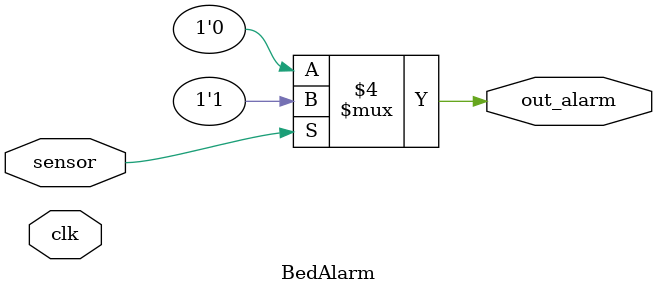
<source format=v>
`timescale 1ns / 1ps
module BedAlarm(sensor, clk, out_alarm);
		input sensor;
		input clk;
		output reg out_alarm;
	 

		always @(sensor)
			begin
				if (sensor == 1)
					out_alarm = 1;
				else
					out_alarm = 0;
			end

endmodule

</source>
